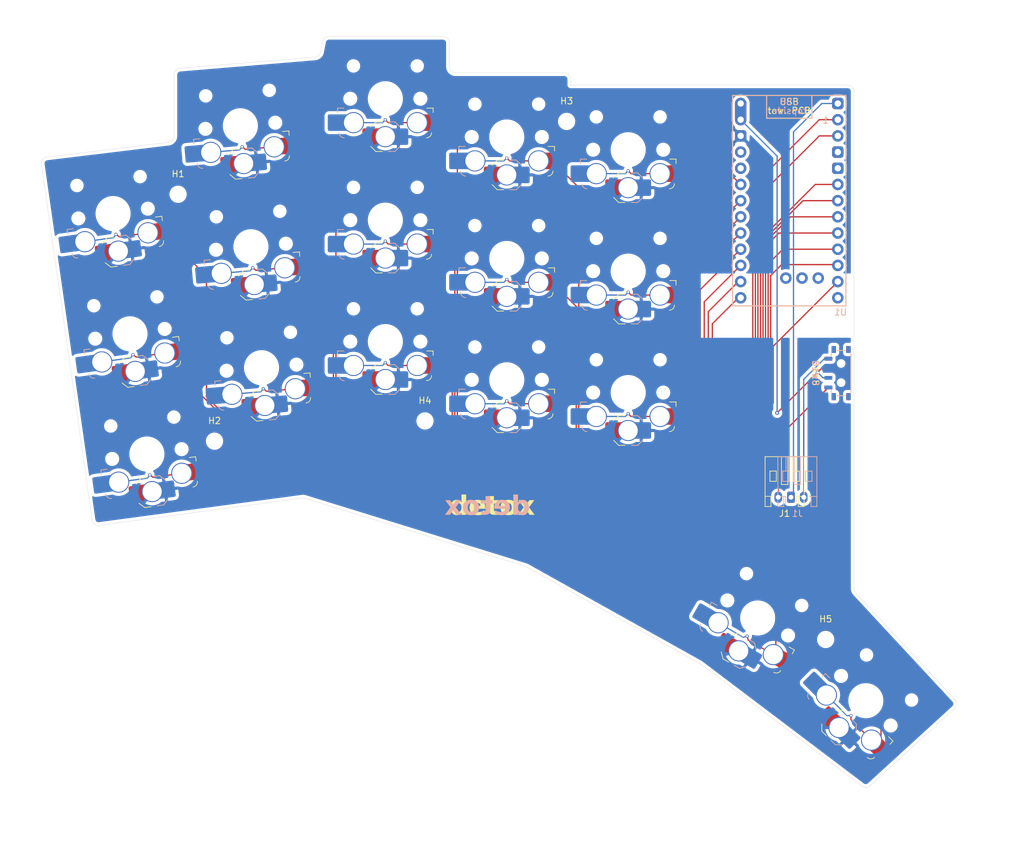
<source format=kicad_pcb>
(kicad_pcb (version 20240108) (generator "pcbnew") (generator_version "8.0")
  (layers (0 "F.Cu" signal) (31 "B.Cu" signal) (34 "B.Paste" user) (35 "F.Paste" user) (36 "B.SilkS" user "B.Silkscreen") (37 "F.SilkS" user "F.Silkscreen") (38 "B.Mask" user) (39 "F.Mask" user) (44 "Edge.Cuts" user))
  (net 0 "")
  (net 1 "GND")
  (net 2 "1-1")
  (net 3 "1-2")
  (net 4 "1-3")
  (net 5 "1-4")
  (net 6 "1-5")
  (net 7 "2-1")
  (net 8 "2-2")
  (net 9 "2-3")
  (net 10 "2-4")
  (net 11 "2-5")
  (net 12 "3-1")
  (net 13 "3-2")
  (net 14 "3-3")
  (net 15 "3-4")
  (net 16 "3-5")
  (net 17 "T-1")
  (net 18 "T-2")
  (net 20 "RST")
  (net 24 "B-")
  (net 28 "B+")
  (net 30 "Braw")
  (footprint "MountingHole:MountingHole_2.2mm_M2" (layer "F.Cu") (at 159.306071 61.750871)
    (property "Reference" "H3")
    (property "Value" "MountingHole")
  )
  (footprint "MountingHole:MountingHole_2.2mm_M2" (layer "F.Cu") (at 98.346071 73.180871)
    (property "Reference" "H1")
    (property "Value" "MountingHole")
  )
  (footprint "keeb:SW_choc_v1_v2_HS_1u_reversible" (layer "F.Cu") (at 109.777754 81.411842 5)
    (property "Reference" "SW7" (hide yes))
    (property "Value" "SW_CHOC_HS" (hide yes))
  )
  (footprint "keeb:SW_choc_v1_v2_HS_1u_reversible" (layer "F.Cu") (at 168.964 104.292)
    (property "Reference" "SW15" (hide yes))
    (property "Value" "SW_CHOC_HS" (hide yes))
  )
  (footprint "keeb:SW_choc_v1_v2_HS_1u_reversible" (layer "F.Cu") (at 130.864 77.242)
    (property "Reference" "SW8" (hide yes))
    (property "Value" "SW_CHOC_HS" (hide yes))
  )
  (footprint "keeb:SW_choc_v1_v2_HS_1u_reversible" (layer "F.Cu") (at 206.248159 152.634958 -45)
    (property "Reference" "SW17" (hide yes))
    (property "Value" "SW_CHOC_HS" (hide yes))
  )
  (footprint "keeb:SW_choc_v1_v2_HS_1u_reversible" (layer "F.Cu") (at 88.148998 76.207551 8)
    (property "Reference" "SW1" (hide yes))
    (property "Value" "SW_CHOC_HS" (hide yes))
  )
  (footprint "keeb:SW_choc_v1_v2_HS_1u_reversible" (layer "F.Cu") (at 168.964 66.192)
    (property "Reference" "SW5" (hide yes))
    (property "Value" "SW_CHOC_HS" (hide yes))
  )
  (footprint "keeb:SW_choc_v1_v2_HS_1u_reversible" (layer "F.Cu") (at 130.864 96.292)
    (property "Reference" "SW13" (hide yes))
    (property "Value" "SW_CHOC_HS" (hide yes))
  )
  (footprint "keeb:SW_choc_v1_v2_HS_1u_reversible" (layer "F.Cu") (at 149.914 102.292)
    (property "Reference" "SW14" (hide yes))
    (property "Value" "SW_CHOC_HS" (hide yes))
  )
  (footprint "MountingHole:MountingHole_2.2mm_M2" (layer "F.Cu") (at 137.081071 108.740871)
    (property "Reference" "H4")
    (property "Value" "MountingHole")
  )
  (footprint "keeb:SW_choc_v1_v2_HS_1u_reversible" (layer "F.Cu") (at 108.117438 62.434333 5)
    (property "Reference" "SW2" (hide yes))
    (property "Value" "SW_CHOC_HS" (hide yes))
  )
  (footprint "Connector_JST:JST_PH_S2B-PH-K_1x02_P2.00mm_Horizontal" (layer "F.Cu") (at 194.501071 120.71468 180)
    (property "Reference" "J1")
    (property "Value" "Conn_01x02")
  )
  (footprint "keeb:SW_choc_v1_v2_HS_1u_reversible" (layer "F.Cu") (at 90.800246 95.072158 8)
    (property "Reference" "SW6" (hide yes))
    (property "Value" "SW_CHOC_HS" (hide yes))
  )
  (footprint "keeb:SW_choc_v1_v2_HS_1u_reversible" (layer "F.Cu") (at 93.451493 113.936765 8)
    (property "Reference" "SW11" (hide yes))
    (property "Value" "SW_CHOC_HS" (hide yes))
  )
  (footprint "keeb:SW_MSK12C02-HB" (layer "F.Cu") (at 202.366071 101.230871 -90)
    (property "Reference" "SW18")
    (property "Value" "SW_SPDT")
  )
  (footprint "keeb:SW_choc_v1_v2_HS_1u_reversible" (layer "F.Cu") (at 111.438071 100.389351 5)
    (property "Reference" "SW12" (hide yes))
    (property "Value" "SW_CHOC_HS" (hide yes))
  )
  (footprint "MountingHole:MountingHole_2.2mm_M2" (layer "F.Cu") (at 104.061071 111.915871)
    (property "Reference" "H2")
    (property "Value" "MountingHole")
  )
  (footprint "keeb:SW_choc_v1_v2_HS_1u_reversible" (layer "F.Cu") (at 149.914 83.2446)
    (property "Reference" "SW9" (hide yes))
    (property "Value" "SW_CHOC_HS" (hide yes))
  )
  (footprint "MountingHole:MountingHole_2.2mm_M2" (layer "F.Cu") (at 199.946071 143.030871)
    (property "Reference" "H5")
    (property "Value" "MountingHole")
  )
  (footprint "keeb:SW_choc_v1_v2_HS_1u_reversible" (layer "F.Cu") (at 189.27987 139.655271 -30)
    (property "Reference" "SW16" (hide yes))
    (property "Value" "SW_CHOC_HS" (hide yes))
  )
  (footprint "keeb:SW_choc_v1_v2_HS_1u_reversible" (layer "F.Cu") (at 168.964 85.242)
    (property "Reference" "SW10" (hide yes))
    (property "Value" "SW_CHOC_HS" (hide yes))
  )
  (footprint "keeb:SW_choc_v1_v2_HS_1u_reversible" (layer "F.Cu") (at 130.864 58.192)
    (property "Reference" "SW3" (hide yes))
    (property "Value" "SW_CHOC_HS" (hide yes))
  )
  (footprint "keeb:SW_choc_v1_v2_HS_1u_reversible" (layer "F.Cu") (at 149.914 64.192)
    (property "Reference" "SW4" (hide yes))
    (property "Value" "SW_CHOC_HS" (hide yes))
  )
  (footprint "keeb:SuperMini_nRF52840_AH_Reversible" (layer "B.Cu") (at 194.231071 75.450871 180)
    (property "Reference" "U1")
    (property "Value" "SuperMini nRF52840")
  )
  (footprint "keeb:SW_MSK12C02-HB" (layer "B.Cu") (at 202.366071 101.230871 90)
    (property "Reference" "SW18")
    (property "Value" "SW_SPDT")
  )
  (footprint "Connector_JST:JST_PH_S2B-PH-K_1x02_P2.00mm_Horizontal" (layer "B.Cu") (at 194.501071 120.715871)
    (property "Reference" "J1")
    (property "Value" "Conn_01x02")
  )
  (gr_arc (start 97.711071 54.416004) (mid 97.975185 53.738883) (end 98.628026 53.419458) (stroke (width 0.05)) (layer "Edge.Cuts"))
  (gr_arc (start 204.658278 135.698632) (mid 204.460279 135.383696) (end 204.391071 135.018181) (stroke (width 0.05)) (layer "Edge.Cuts"))
  (gr_line (start 152.855724 131.569855) (end 118.241503 120.870914) (stroke (width 0.05)) (layer "Edge.Cuts"))
  (gr_arc (start 180.200583 146.80711) (mid 180.259759 146.842879) (end 180.316325 146.882649) (stroke (width 0.05)) (layer "Edge.Cuts"))
  (gr_arc (start 139.891071 48.415871) (mid 140.598178 48.708764) (end 140.891071 49.415871) (stroke (width 0.05)) (layer "Edge.Cuts"))
  (gr_line (start 180.200583 146.80711) (end 153.047784 131.65206) (stroke (width 0.05)) (layer "Edge.Cuts"))
  (gr_arc (start 97.711071 64.039764) (mid 97.459513 64.702964) (end 96.831402 65.032498) (stroke (width 0.05)) (layer "Edge.Cuts"))
  (gr_line (start 220.156353 153.870831) (end 206.910157 165.965183) (stroke (width 0.05)) (layer "Edge.Cuts"))
  (gr_line (start 141.891071 54.130871) (end 158.941071 54.130871) (stroke (width 0.05)) (layer "Edge.Cuts"))
  (gr_line (start 120.718658 50.852937) (end 121.045294 49.219755) (stroke (width 0.05)) (layer "Edge.Cuts"))
  (gr_line (start 159.941071 56.035871) (end 203.391071 56.035871) (stroke (width 0.05)) (layer "Edge.Cuts"))
  (gr_arc (start 203.391071 56.035871) (mid 204.098178 56.328764) (end 204.391071 57.035871) (stroke (width 0.05)) (layer "Edge.Cuts"))
  (gr_arc (start 220.214878 152.451894) (mid 220.481235 153.173556) (end 220.156353 153.870831) (stroke (width 0.05)) (layer "Edge.Cuts"))
  (gr_line (start 98.628026 53.419458) (end 119.821122 51.653367) (stroke (width 0.05)) (layer "Edge.Cuts"))
  (gr_arc (start 152.855724 131.569855) (mid 152.953905 131.605932) (end 153.047784 131.65206) (stroke (width 0.05)) (layer "Edge.Cuts"))
  (gr_arc (start 141.891071 54.130871) (mid 141.183993 53.837966) (end 140.891071 53.130871) (stroke (width 0.05)) (layer "Edge.Cuts"))
  (gr_line (start 77.770152 67.342952) (end 96.831402 65.032498) (stroke (width 0.05)) (layer "Edge.Cuts"))
  (gr_arc (start 121.045294 49.219755) (mid 121.391891 48.642535) (end 122.025875 48.415871) (stroke (width 0.05)) (layer "Edge.Cuts"))
  (gr_arc (start 206.910157 165.965183) (mid 206.282163 166.225626) (end 205.632779 166.024358) (stroke (width 0.05)) (layer "Edge.Cuts"))
  (gr_line (start 84.870789 124.268894) (end 76.900533 68.477107) (stroke (width 0.05)) (layer "Edge.Cuts"))
  (gr_arc (start 117.812785 120.835256) (mid 118.029084 120.829757) (end 118.241503 120.870914) (stroke (width 0.05)) (layer "Edge.Cuts"))
  (gr_arc (start 76.900533 68.477107) (mid 77.09691 67.72721) (end 77.770152 67.342952) (stroke (width 0.05)) (layer "Edge.Cuts"))
  (gr_line (start 117.812785 120.835256) (end 85.99415 125.118533) (stroke (width 0.05)) (layer "Edge.Cuts"))
  (gr_arc (start 120.718658 50.852937) (mid 120.403657 51.403148) (end 119.821122 51.653367) (stroke (width 0.05)) (layer "Edge.Cuts"))
  (gr_line (start 140.891071 49.415871) (end 140.891071 53.130871) (stroke (width 0.05)) (layer "Edge.Cuts"))
  (gr_line (start 205.632779 166.024358) (end 180.316325 146.882649) (stroke (width 0.05)) (layer "Edge.Cuts"))
  (gr_line (start 97.711071 64.039764) (end 97.711071 54.416004) (stroke (width 0.05)) (layer "Edge.Cuts"))
  (gr_line (start 122.025875 48.415871) (end 139.891071 48.415871) (stroke (width 0.05)) (layer "Edge.Cuts"))
  (gr_line (start 204.391071 57.035871) (end 204.391071 135.018181) (stroke (width 0.05)) (layer "Edge.Cuts"))
  (gr_line (start 159.941071 55.130871) (end 159.941071 56.035871) (stroke (width 0.05)) (layer "Edge.Cuts"))
  (gr_arc (start 85.99415 125.118533) (mid 85.257509 124.92504) (end 84.870789 124.268894) (stroke (width 0.05)) (layer "Edge.Cuts"))
  (gr_arc (start 158.941071 54.130871) (mid 159.648178 54.423764) (end 159.941071 55.130871) (stroke (width 0.05)) (layer "Edge.Cuts"))
  (gr_line (start 204.658278 135.698632) (end 220.214878 152.451894) (stroke (width 0.05)) (layer "Edge.Cuts"))
  (gr_text "detox" (at 153.591071 123.980871 0) (layer "B.SilkS") (effects (font (size 3 3) (thickness 0.3) (bold yes)) (justify left bottom mirror)))
  (gr_text "detox" (at 140.891071 123.980871 0) (layer "F.SilkS") (effects (font (size 3 3) (thickness 0.3) (bold yes)) (justify left bottom)))
  (segment (start 89.116518 79.858429) (end 88.60827 79.475436) (width 0.2) (layer "F.Cu") (net 2))
  (segment (start 162.894897 117.420871) (end 177.942245 117.420871) (width 0.2) (layer "F.Cu") (net 2))
  (segment (start 190.116071 105.247045) (end 190.116071 81.036557) (width 0.2) (layer "F.Cu") (net 2))
  (segment (start 177.942245 117.420871) (end 190.116071 105.247045) (width 0.2) (layer "F.Cu") (net 2))
  (segment (start 102.791071 104.930871) (end 109.141071 111.280871) (width 0.2) (layer "F.Cu") (net 2))
  (segment (start 95.713684 78.931257) (end 102.791071 86.008644) (width 0.2) (layer "F.Cu") (net 2))
  (segment (start 190.116071 81.036557) (end 194.431757 76.720871) (width 0.2) (layer "F.Cu") (net 2))
  (segment (start 127.556071 111.280871) (end 129.461071 113.185871) (width 0.2) (layer "F.Cu") (net 2))
  (segment (start 194.431757 76.720871) (end 201.851071 76.720871) (width 0.2) (layer "F.Cu") (net 2))
  (segment (start 95.713684 78.931257) (end 89.116518 79.858429) (width 0.2) (layer "F.Cu") (net 2))
  (segment (start 144.272641 114.950871) (end 160.424897 114.950871) (width 0.2) (layer "F.Cu") (net 2))
  (segment (start 160.424897 114.950871) (end 162.894897 117.420871) (width 0.2) (layer "F.Cu") (net 2))
  (segment (start 142.507641 113.185871) (end 144.272641 114.950871) (width 0.2) (layer "F.Cu") (net 2))
  (segment (start 129.461071 113.185871) (end 142.507641 113.185871) (width 0.2) (layer "F.Cu") (net 2))
  (segment (start 102.791071 86.008644) (end 102.791071 104.930871) (width 0.2) (layer "F.Cu") (net 2))
  (segment (start 109.141071 111.280871) (end 127.556071 111.280871) (width 0.2) (layer "F.Cu") (net 2))
  (segment (start 88.225277 79.983683) (end 88.60827 79.475436) (width 0.2) (layer "B.Cu") (net 2))
  (segment (start 81.628112 80.910855) (end 88.225277 79.983683) (width 0.2) (layer "B.Cu") (net 2))
  (segment (start 130.096071 111.915871) (end 142.934699 111.915871) (width 0.2) (layer "F.Cu") (net 3))
  (segment (start 142.934699 111.915871) (end 144.769699 113.750871) (width 0.2) (layer "F.Cu") (net 3))
  (segment (start 163.391955 116.220871) (end 177.445187 116.220871) (width 0.2) (layer "F.Cu") (net 3))
  (segment (start 108.89256 66.130843) (end 108.405052 65.721776) (width 0.2) (layer "F.Cu") (net 3))
  (segment (start 198.946071 64.020871) (end 201.851071 64.020871) (width 0.2) (layer "F.Cu") (net 3))
  (segment (start 115.529209 65.550211) (end 123.111071 73.132073) (width 0.2) (layer "F.Cu") (net 3))
  (segment (start 144.769699 113.750871) (end 160.921955 113.750871) (width 0.2) (layer "F.Cu") (net 3))
  (segment (start 160.921955 113.750871) (end 163.391955 116.220871) (width 0.2) (layer "F.Cu") (net 3))
  (segment (start 177.445187 116.220871) (end 188.916071 104.749987) (width 0.2) (layer "F.Cu") (net 3))
  (segment (start 188.916071 74.050871) (end 198.946071 64.020871) (width 0.2) (layer "F.Cu") (net 3))
  (segment (start 123.111071 104.930871) (end 130.096071 111.915871) (width 0.2) (layer "F.Cu") (net 3))
  (segment (start 115.529209 65.550211) (end 108.89256 66.130843) (width 0.2) (layer "F.Cu") (net 3))
  (segment (start 123.111071 73.132073) (end 123.111071 104.930871) (width 0.2) (layer "F.Cu") (net 3))
  (segment (start 188.916071 104.749987) (end 188.916071 74.050871) (width 0.2) (layer "F.Cu") (net 3))
  (segment (start 101.359335 66.789915) (end 107.995985 66.209283) (width 0.2) (layer "B.Cu") (net 3))
  (segment (start 107.995985 66.209283) (end 108.405052 65.721776) (width 0.2) (layer "B.Cu") (net 3))
  (segment (start 142.161071 109.375871) (end 145.336071 112.550871) (width 0.2) (layer "F.Cu") (net 4))
  (segment (start 181.531071 91.595871) (end 186.246071 86.880871) (width 0.2) (layer "F.Cu") (net 4))
  (segment (start 181.531071 110.437929) (end 181.531071 91.595871) (width 0.2) (layer "F.Cu") (net 4))
  (segment (start 145.336071 112.550871) (end 161.419013 112.550871) (width 0.2) (layer "F.Cu") (net 4))
  (segment (start 137.976 61.942) (end 131.314 61.942) (width 0.2) (layer "F.Cu") (net 4))
  (segment (start 186.246071 86.880871) (end 186.611071 86.880871) (width 0.2) (layer "F.Cu") (net 4))
  (segment (start 161.419013 112.550871) (end 163.889013 115.020871) (width 0.2) (layer "F.Cu") (net 4))
  (segment (start 163.889013 115.020871) (end 176.948129 115.020871) (width 0.2) (layer "F.Cu") (net 4))
  (segment (start 142.161071 66.127071) (end 142.161071 109.375871) (width 0.2) (layer "F.Cu") (net 4))
  (segment (start 137.976 61.942) (end 142.161071 66.127071) (width 0.2) (layer "F.Cu") (net 4))
  (segment (start 176.948129 115.020871) (end 181.531071 110.437929) (width 0.2) (layer "F.Cu") (net 4))
  (segment (start 131.314 61.942) (end 130.864 61.492) (width 0.2) (layer "F.Cu") (net 4))
  (segment (start 123.752 61.942) (end 130.414 61.942) (width 0.2) (layer "B.Cu") (net 4))
  (segment (start 130.414 61.942) (end 130.864 61.492) (width 0.2) (layer "B.Cu") (net 4))
  (segment (start 161.211071 110.645871) (end 164.386071 113.820871) (width 0.2) (layer "F.Cu") (net 5))
  (segment (start 157.026 67.942) (end 161.211071 72.127071) (width 0.2) (layer "F.Cu") (net 5))
  (segment (start 157.026 67.942) (end 150.364 67.942) (width 0.2) (layer "F.Cu") (net 5))
  (segment (start 179.626071 86.245871) (end 186.611071 79.260871) (width 0.2) (layer "F.Cu") (net 5))
  (segment (start 176.451071 113.820871) (end 179.626071 110.645871) (width 0.2) (layer "F.Cu") (net 5))
  (segment (start 150.364 67.942) (end 149.914 67.492) (width 0.2) (layer "F.Cu") (net 5))
  (segment (start 179.626071 110.645871) (end 179.626071 86.245871) (width 0.2) (layer "F.Cu") (net 5))
  (segment (start 164.386071 113.820871) (end 176.451071 113.820871) (width 0.2) (layer "F.Cu") (net 5))
  (segment (start 161.211071 72.127071) (end 161.211071 110.645871) (width 0.2) (layer "F.Cu") (net 5))
  (segment (start 149.464 67.942) (end 149.914 67.492) (width 0.2) (layer "B.Cu") (net 5))
  (segment (start 142.802 67.942) (end 149.464 67.942) (width 0.2) (layer "B.Cu") (net 5))
  (segment (start 176.076 69.942) (end 169.414 69.942) (width 0.2) (layer "F.Cu") (net 6))
  (segment (start 176.076 69.942) (end 176.076 70.2658) (width 0.2) (layer "F.Cu") (net 6))
  (segment (start 176.076 69.942) (end 184.9122 69.942) (width 0.2) (layer "F.Cu") (net 6))
  (segment (start 184.9122 69.942) (end 186.611071 71.640871) (width 0.2) (layer "F.Cu") (net 6))
  (segment (start 176.076 70.2658) (end 176.451071 70.640871) (width 0.2) (layer "F.Cu") (net 6))
  (segment (start 169.414 69.942) (end 168.964 69.492) (width 0.2) (layer "F.Cu") (net 6))
  (segment (start 168.514 69.942) (end 168.964 69.492) (width 0.2) (layer "B.Cu") (net 6))
  (segment (start 161.852 69.942) (end 168.514 69.942) (width 0.2) (layer "B.Cu") (net 6))
  (segment (start 127.390385 111.680871) (end 129.295385 113.585871) (width 0.2) (layer "F.Cu") (net 7))
  (segment (start 190.516071 81.340871) (end 192.596071 79.260871) (width 0.2) (layer "F.Cu") (net 7))
  (segment (start 190.516071 105.412731) (end 190.516071 81.340871) (width 0.2) (layer "F.Cu") (net 7))
  (segment (start 192.596071 79.260871) (end 201.851071 79.260871) (width 0.2) (layer "F.Cu") (net 7))
  (segment (start 178.342245 117.586556) (end 184.647931 111.280871) (width 0.2) (layer "F.Cu") (net 7))
  (segment (start 91.767766 98.723035) (end 91.259517 98.340043) (width 0.2) (layer "F.Cu") (net 7))
  (segment (start 144.106955 115.350871) (end 160.259211 115.350871) (width 0.2) (layer "F.Cu") (net 7))
  (segment (start 98.364932 101.070417) (end 108.975386 111.680871) (width 0.2) (layer "F.Cu") (net 7))
  (segment (start 160.259211 115.350871) (end 162.729211 117.820871) (width 0.2) (layer "F.Cu") (net 7))
  (segment (start 129.295385 113.585871) (end 142.341955 113.585871) (width 0.2) (layer "F.Cu") (net 7))
  (segment (start 178.107931 117.820871) (end 178.342245 117.586556) (width 0.2) (layer "F.Cu") (net 7))
  (segment (start 162.729211 117.820871) (end 178.107931 117.820871) (width 0.2) (layer "F.Cu") (net 7))
  (segment (start 142.341955 113.585871) (end 144.106955 115.350871) (width 0.2) (layer "F.Cu") (net 7))
  (segment (start 98.364932 97.795864) (end 91.767766 98.723035) (width 0.2) (layer "F.Cu") (net 7))
  (segment (start 184.647931 111.280871) (end 190.516071 105.412731) (width 0.2) (layer "F.Cu") (net 7))
  (segment (start 98.364932 97.795864) (end 98.364932 101.070417) (width 0.2) (layer "F.Cu") (net 7))
  (segment (start 108.975386 111.680871) (end 127.390385 111.680871) (width 0.2) (layer "F.Cu") (net 7))
  (segment (start 84.279359 99.775462) (end 90.876525 98.84829) (width 0.2) (layer "B.Cu") (net 7))
  (segment (start 90.876525 98.84829) (end 91.259517 98.340043) (width 0.2) (layer "B.Cu") (net 7))
  (segment (start 122.711071 105.096557) (end 129.930385 112.315871) (width 0.2) (layer "F.Cu") (net 8))
  (segment (start 122.711071 90.049266) (end 122.711071 105.096557) (width 0.2) (layer "F.Cu") (net 8))
  (segment (start 198.311071 71.640871) (end 201.851071 71.640871) (width 0.2) (layer "F.Cu") (net 8))
  (segment (start 160.756269 114.150871) (end 163.226269 116.620871) (width 0.2) (layer "F.Cu") (net 8))
  (segment (start 110.552876 85.108352) (end 110.065368 84.699285) (width 0.2) (layer "F.Cu") (net 8))
  (segment (start 177.610873 116.620871) (end 189.316071 104.915673) (width 0.2) (layer "F.Cu") (net 8))
  (segment (start 163.226269 116.620871) (end 177.610873 116.620871) (width 0.2) (layer "F.Cu") (net 8))
  (segment (start 142.769013 112.315871) (end 144.604013 114.150871) (width 0.2) (layer "F.Cu") (net 8))
  (segment (start 189.316071 104.915673) (end 189.316071 80.635871) (width 0.2) (layer "F.Cu") (net 8))
  (segment (start 117.189525 84.52772) (end 122.711071 90.049266) (width 0.2) (layer "F.Cu") (net 8))
  (segment (start 144.604013 114.150871) (end 160.756269 114.150871) (width 0.2) (layer "F.Cu") (net 8))
  (segment (start 129.930385 112.315871) (end 142.769013 112.315871) (width 0.2) (layer "F.Cu") (net 8))
  (segment (start 189.316071 80.635871) (end 198.311071 71.640871) (width 0.2) (layer "F.Cu") (net 8))
  (segment (start 117.189525 84.527721) (end 110.552876 85.108352) (width 0.2) (layer "F.Cu") (net 8))
  (segment (start 103.019651 85.767424) (end 109.6563 85.186792) (width 0.2) (layer "B.Cu") (net 8))
  (segment (start 109.6563 85.186792) (end 110.065368 84.699285) (width 0.2) (layer "B.Cu") (net 8))
  (segment (start 177.113815 115.420871) (end 182.166071 110.368615) (width 0.2) (layer "F.Cu") (net 9))
  (segment (start 163.723327 115.420871) (end 177.113815 115.420871) (width 0.2) (layer "F.Cu") (net 9))
  (segment (start 182.166071 110.368615) (end 182.166071 93.500871) (width 0.2) (layer "F.Cu") (net 9))
  (segment (start 137.976 80.992) (end 141.761071 84.777071) (width 0.2) (layer "F.Cu") (net 9))
  (segment (start 182.166071 93.500871) (end 186.246071 89.420871) (width 0.2) (layer "F.Cu") (net 9))
  (segment (start 145.101071 112.950871) (end 161.253327 112.950871) (width 0.2) (layer "F.Cu") (net 9))
  (segment (start 186.246071 89.420871) (end 186.611071 89.420871) (width 0.2) (layer "F.Cu") (net 9))
  (segment (start 141.761071 84.777071) (end 141.761071 109.610871) (width 0.2) (layer "F.Cu") (net 9))
  (segment (start 141.761071 109.610871) (end 145.101071 112.950871) (width 0.2) (layer "F.Cu") (net 9))
  (segment (start 161.253327 112.950871) (end 163.723327 115.420871) (width 0.2) (layer "F.Cu") (net 9))
  (segment (start 137.976 80.992) (end 131.314 80.992) (width 0.2) (layer "F.Cu") (net 9))
  (segment (start 131.314 80.992) (end 130.864 80.542) (width 0.2) (layer "F.Cu") (net 9))
  (segment (start 130.414 80.992) (end 130.864 80.542) (width 0.2) (layer "B.Cu") (net 9))
  (segment (start 123.752 80.992) (end 130.414 80.992) (width 0.2) (layer "B.Cu") (net 9))
  (segment (start 157.026 86.9946) (end 160.811071 90.779671) (width 0.2) (layer "F.Cu") (net 10))
  (segment (start 164.220385 114.220871) (end 176.616757 114.220871) (width 0.2) (layer "F.Cu") (net 10))
  (segment (start 157.026 86.9946) (end 150.364 86.9946) (width 0.2) (layer "F.Cu") (net 10))
  (segment (start 160.811071 90.779671) (end 160.811071 110.811557) (width 0.2) (layer "F.Cu") (net 10))
  (segment (start 180.261071 88.150871) (end 186.611071 81.800871) (width 0.2) (layer "F.Cu") (net 10))
  (segment (start 150.364 86.9946) (end 149.914 86.5446) (width 0.2) (layer "F.Cu") (net 10))
  (segment (start 176.616757 114.220871) (end 180.261071 110.576557) (width 0.2) (layer "F.Cu") (net 10))
  (segment (start 160.811071 110.811557) (end 164.220385 114.220871) (width 0.2) (layer "F.Cu") (net 10))
  (segment (start 180.261071 110.576557) (end 180.261071 88.150871) (width 0.2) (layer "F.Cu") (net 10))
  (segment (start 142.802 86.9946) (end 149.464 86.9946) (width 0.2) (layer "B.Cu") (net 10))
  (segment (start 149.464 86.9946) (end 149.914 86.5446) (width 0.2) (layer "B.Cu") (net 10))
  (segment (start 176.076 88.992) (end 176.076 84.715942) (width 0.2) (layer "F.Cu") (net 11))
  (segment (start 169.414 88.992) (end 168.964 88.542) (width 0.2) (layer "F.Cu") (net 11))
  (segment (start 176.076 84.715942) (end 186.611071 74.180871) (width 0.2) (layer "F.Cu") (net 11))
  (segment (start 176.076 88.992) (end 169.414 88.992) (width 0.2) (layer "F.Cu") (net 11))
  (segment (start 168.514 88.992) (end 168.964 88.542) (width 0.2) (layer "B.Cu") (net 11))
  (segment (start 161.852 88.992) (end 168.514 88.992) (width 0.2) (layer "B.Cu") (net 11))
  (segment (start 101.016179 116.660471) (end 94.419013 117.587642) (width 0.2) (layer "F.Cu") (net 12))
  (segment (start 142.176269 113.985871) (end 143.941269 115.750871) (width 0.2) (layer "F.Cu") (net 12))
  (segment (start 109.141072 112.080871) (end 127.224699 112.080871) (width 0.2) (layer "F.Cu") (net 12))
  (segment (start 190.916071 105.578417) (end 190.916071 84.115871) (width 0.2) (layer "F.Cu") (net 12))
  (segment (start 162.563525 118.220871) (end 178.273617 118.220871) (width 0.2) (layer "F.Cu") (net 12))
  (segment (start 160.093525 115.750871) (end 162.563525 118.220871) (width 0.2) (layer "F.Cu") (net 12))
  (segment (start 193.231071 81.800871) (end 201.851071 81.800871) (width 0.2) (layer "F.Cu") (net 12))
  (segment (start 178.273617 118.220871) (end 190.916071 105.578417) (width 0.2) (layer "F.Cu") (net 12))
  (segment (start 143.941269 115.750871) (end 160.093525 115.750871) (width 0.2) (layer "F.Cu") (net 12))
  (segment (start 129.129699 113.985871) (end 142.176269 113.985871) (width 0.2) (layer "F.Cu") (net 12))
  (segment (start 127.224699 112.080871) (end 129.129699 113.985871) (width 0.2) (layer "F.Cu") (net 12))
  (segment (start 101.016179 116.660471) (end 104.561472 116.660471) (width 0.2) (layer "F.Cu") (net 12))
  (segment (start 190.916071 84.115871) (end 193.231071 81.800871) (width 0.2) (layer "F.Cu") (net 12))
  (segment (start 94.419013 117.587642) (end 93.910764 117.20465) (width 0.2) (layer "F.Cu") (net 12))
  (segment (start 104.561472 116.660471) (end 109.141072 112.080871) (width 0.2) (layer "F.Cu") (net 12))
  (segment (start 93.527772 117.712897) (end 93.910764 117.20465) (width 0.2) (layer "B.Cu") (net 12))
  (segment (start 86.930606 118.640068) (end 93.527772 117.712897) (width 0.2) (layer "B.Cu") (net 12))
  (segment (start 118.849842 103.50523) (end 112.213193 104.085861) (width 0.2) (layer "F.Cu") (net 13))
  (segment (start 112.213193 104.085861) (end 111.725685 103.676794) (width 0.2) (layer "F.Cu") (net 13))
  (segment (start 120.415429 103.505229) (end 129.626071 112.715871) (width 0.2) (layer "F.Cu") (net 13))
  (segment (start 129.626071 112.715871) (end 142.603327 112.715871) (width 0.2) (layer "F.Cu") (net 13))
  (segment (start 144.438327 114.550871) (end 160.590583 114.550871) (width 0.2) (layer "F.Cu") (net 13))
  (segment (start 189.716071 105.081359) (end 189.716071 80.870871) (width 0.2) (layer "F.Cu") (net 13))
  (segment (start 196.406071 74.180871) (end 201.851071 74.180871) (width 0.2) (layer "F.Cu") (net 13))
  (segment (start 142.603327 112.715871) (end 144.438327 114.550871) (width 0.2) (layer "F.Cu") (net 13))
  (segment (start 163.060583 117.020871) (end 177.776559 117.020871) (width 0.2) (layer "F.Cu") (net 13))
  (segment (start 189.716071 80.870871) (end 196.406071 74.180871) (width 0.2) (layer "F.Cu") (net 13))
  (segment (start 118.849842 103.505229) (end 120.415429 103.505229) (width 0.2) (layer "F.Cu") (net 13))
  (segment (start 177.776559 117.020871) (end 189.716071 105.081359) (width 0.2) (layer "F.Cu") (net 13))
  (segment (start 160.590583 114.550871) (end 163.060583 117.020871) (width 0.2) (layer "F.Cu") (net 13))
  (segment (start 111.316617 104.164301) (end 111.725685 103.676794) (width 0.2) (layer "B.Cu") (net 13))
  (segment (start 104.679968 104.744933) (end 111.316617 104.164301) (width 0.2) (layer "B.Cu") (net 13))
  (segment (start 137.976 100.042) (end 131.314 100.042) (width 0.2) (layer "F.Cu") (net 14))
  (segment (start 144.935385 113.350871) (end 161.087641 113.350871) (width 0.2) (layer "F.Cu") (net 14))
  (segment (start 131.314 100.042) (end 130.864 99.592) (width 0.2) (layer "F.Cu") (net 14))
  (segment (start 141.360386 109.775871) (end 144.935385 113.350871) (width 0.2) (layer "F.Cu") (net 14))
  (segment (start 177.279501 115.820871) (end 188.516071 104.584301) (width 0.2) (layer "F.Cu") (net 14))
  (segment (start 137.976 100.042) (end 139.1772 100.042) (width 0.2) (layer "F.Cu") (net 14))
  (segment (start 139.1772 100.042) (end 141.361071 102.225871) (width 0.2) (layer "F.Cu") (net 14))
  (segment (start 141.361071 102.225871) (end 141.361071 109.775186) (width 0.2) (layer "F.Cu") (net 14))
  (segment (start 198.946071 61.480871) (end 201.851071 61.480871) (width 0.2) (layer "F.Cu") (net 14))
  (segment (start 188.516071 71.910871) (end 198.946071 61.480871) (width 0.2) (layer "F.Cu") (net 14))
  (segment (start 163.557641 115.820871) (end 177.279501 115.820871) (width 0.2) (layer "F.Cu") (net 14))
  (segment (start 161.087641 113.350871) (end 163.557641 115.820871) (width 0.2) (layer "F.Cu") (net 14))
  (segment (start 141.361071 109.775186) (end 141.360386 109.775871) (width 0.2) (layer "F.Cu") (net 14))
  (segment (start 188.516071 104.584301) (end 188.516071 71.910871) (width 0.2) (layer "F.Cu") (net 14))
  (segment (start 123.752 100.042) (end 130.414 100.042) (width 0.2) (layer "B.Cu") (net 14))
  (segment (start 130.414 100.042) (end 130.864 99.592) (width 0.2) (layer "B.Cu") (net 14))
  (segment (start 157.026 106.042) (end 150.364 106.042) (width 0.2) (layer "F.Cu") (net 15))
  (segment (start 157.026 106.042) (end 157.026 107.592172) (width 0.2) (layer "F.Cu") (net 15))
  (segment (start 164.054699 114.620871) (end 176.782443 114.620871) (width 0.2) (layer "F.Cu") (net 15))
  (segment (start 150.364 106.042) (end 149.914 105.592) (width 0.2) (layer "F.Cu") (net 15))
  (segment (start 180.896071 110.507243) (end 180.896071 90.055871) (width 0.2) (layer "F.Cu") (net 15))
  (segment (start 180.896071 90.055871) (end 186.611071 84.340871) (width 0.2) (layer "F.Cu") (net 15))
  (segment (start 176.782443 114.620871) (end 180.896071 110.507243) (width 0.2) (layer "F.Cu") (net 15))
  (segment (start 157.026 107.592172) (end 164.054699 114.620871) (width 0.2) (layer "F.Cu") (net 15))
  (segment (start 142.802 106.042) (end 149.464 106.042) (width 0.2) (layer "B.Cu") (net 15))
  (segment (start 149.464 106.042) (end 149.914 105.592) (width 0.2) (layer "B.Cu") (net 15))
  (segment (start 176.076 108.042) (end 178.991071 105.126929) (width 0.2) (layer "F.Cu") (net 16))
  (segment (start 176.076 108.042) (end 169.414 108.042) (width 0.2) (layer "F.Cu") (net 16))
  (segment (start 178.991071 84.340871) (end 186.611071 76.720871) (width 0.2) (layer "F.Cu") (net 16))
  (segment (start 169.414 108.042) (end 168.964 107.592) (width 0.2) (layer "F.Cu") (net 16))
  (segment (start 178.991071 105.126929) (end 178.991071 84.340871) (width 0.2) (layer "F.Cu") (net 16))
  (segment (start 161.852 108.042) (end 168.514 108.042) (width 0.2) (layer "B.Cu") (net 16))
  (segment (start 168.514 108.042) (end 168.964 107.592) (width 0.2) (layer "B.Cu") (net 16))
  (segment (start 192.12987 145.024693) (end 192.12987 129.49967) (width 0.2) (layer "F.Cu") (net 17))
  (segment (start 201.721071 84.210871) (end 201.851071 84.340871) (width 0.2) (layer "F.Cu") (net 17))
  (segment (start 181.131071 115.929103) (end 191.316071 105.744103) (width 0.2) (layer "F.Cu") (net 17))
  (segment (start 193.034928 84.210871) (end 201.721071 84.210871) (width 0.2) (layer "F.Cu") (net 17))
  (segment (start 191.316071 85.929728) (end 193.034928 84.210871) (width 0.2) (layer "F.Cu") (net 17))
  (segment (start 191.316071 105.744103) (end 191.316071 85.929728) (width 0.2) (layer "F.Cu") (net 17))
  (segment (start 193.564043 146.458866) (end 192.12987 145.024693) (width 0.2) (layer "F.Cu") (net 17))
  (segment (start 187.794581 143.127866) (end 187.62987 142.513155) (width 0.2) (layer "F.Cu") (net 17))
  (segment (start 192.12987 129.49967) (end 181.131071 118.500871) (width 0.2) (layer "F.Cu") (net 17))
  (segment (start 193.564043 146.458866) (end 187.794581 143.127866) (width 0.2) (layer "F.Cu") (net 17))
  (segment (start 181.131071 118.500871) (end 181.131071 115.929103) (width 0.2) (layer "F.Cu") (net 17))
  (segment (start 187.015159 142.677866) (end 187.62987 142.513155) (width 0.2) (layer "B.Cu") (net 17))
  (segment (start 181.245697 139.346866) (end 187.015159 142.677866) (width 0.2) (layer "B.Cu") (net 17))
  (segment (start 208.625452 155.702387) (end 209.098159 155.22968) (width 0.2) (layer "F.Cu") (net 18))
  (segment (start 209.098159 155.22968) (end 209.098159 145.832959) (width 0.2) (layer "F.Cu") (net 18))
  (segment (start 203.914707 155.604807) (end 203.914707 154.96841) (width 0.2) (layer "F.Cu") (net 18))
  (segment (start 181.531071 118.265871) (end 181.531071 116.094789) (width 0.2) (layer "F.Cu") (net 18))
  (segment (start 181.531071 116.094789) (end 191.716071 105.909789) (width 0.2) (layer "F.Cu") (net 18))
  (segment (start 191.716071 105.909789) (end 191.716071 97.015871) (width 0.2) (layer "F.Cu") (net 18))
  (segment (start 208.625452 160.315552) (end 208.625452 155.702387) (width 0.2) (layer "F.Cu") (net 18))
  (segment (start 191.716071 97.015871) (end 201.851071 86.880871) (width 0.2) (layer "F.Cu") (net 18))
  (segment (start 209.098159 145.832959) (end 181.531071 118.265871) (width 0.2) (layer "F.Cu") (net 18))
  (segment (start 208.625452 160.315552) (end 203.914707 155.604807) (width 0.2) (layer "F.Cu") (net 18))
  (segment (start 203.27831 154.96841) (end 203.914707 154.96841) (width 0.2) (layer "B.Cu") (net 18))
  (segment (start 198.567565 150.257665) (end 203.27831 154.96841) (width 0.2) (layer "B.Cu") (net 18))
  (segment (start 199.341071 58.940871) (end 194.897671 63.384271) (width 0.2) (layer "B.Cu") (net 24))
  (segment (start 194.897671 63.384271) (end 194.897671 120.31808) (width 0.2) (layer "B.Cu") (net 24))
  (segment (start 194.897671 120.31808) (end 194.501071 120.71468) (width 0.2) (layer "B.Cu") (net 24))
  (segment (start 201.851071 58.940871) (end 199.341071 58.940871) (width 0.2) (layer "B.Cu") (net 24))
  (segment (start 200.366071 100.480871) (end 199.316071 100.480871) (width 0.2) (layer "F.Cu") (net 28))
  (segment (start 199.316071 100.480871) (end 198.676071 101.120871) (width 0.2) (layer "F.Cu") (net 28))
  (segment (start 198.676071 101.120871) (end 192.326071 107.470871) (width 0.2) (layer "F.Cu") (net 28))
  (via (at 192.326071 107.470871) (size 0.6) (drill 0.3) (layers "F.Cu" "B.Cu") (net 28))
  (via (at 198.676071 101.120871) (size 0.6) (drill 0.3) (layers "F.Cu" "B.Cu") (net 28))
  (segment (start 198.676071 101.120871) (end 199.536071 101.980871) (width 0.2) (layer "B.Cu") (net 28))
  (segment (start 192.326071 107.470871) (end 192.326071 67.195871) (width 0.2) (layer "B.Cu") (net 28))
  (segment (start 199.536071 101.980871) (end 200.366071 101.980871) (width 0.2) (layer "B.Cu") (net 28))
  (segment (start 192.326071 67.195871) (end 186.611071 61.480871) (width 0.2) (layer "B.Cu") (net 28))
  (segment (start 192.501071 111.345871) (end 192.501071 120.71468) (width 0.2) (layer "F.Cu") (net 30))
  (segment (start 200.366071 103.480871) (end 196.573571 107.273371) (width 0.2) (layer "F.Cu") (net 30))
  (segment (start 196.501071 107.345871) (end 196.501071 120.715871) (width 0.2) (layer "F.Cu") (net 30))
  (segment (start 196.573571 107.273371) (end 196.501071 107.345871) (width 0.2) (layer "F.Cu") (net 30))
  (segment (start 196.573571 107.273371) (end 192.501071 111.345871) (width 0.2) (layer "F.Cu") (net 30))
  (segment (start 199.741072 98.980871) (end 196.501071 102.220872) (width 0.2) (layer "B.Cu") (net 30))
  (segment (start 200.366071 98.980871) (end 199.741072 98.980871) (width 0.2) (layer "B.Cu") (net 30))
  (segment (start 196.501071 102.220872) (end 196.501071 120.715871) (width 0.2) (layer "B.Cu") (net 30))
  (zone (net 1) (net_name "GND") (layer "B.Cu") (connect_pads (clearance 0.5)) (min_thickness 0.25) (fill yes (thermal_gap 0.5) (thermal_bridge_width 0.5))
    (polygon (pts (xy 70.406071 43.970871) (xy 79.296071 144.300871) (xy 231.061071 174.780871) (xy 211.376071 42.700871)))
  )
)
</source>
